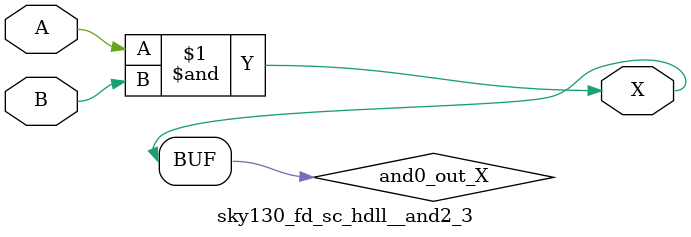
<source format=v>
module sky130_fd_sc_hdll__and2_3 (
    X,
    A,
    B
);
    output X;
    input  A;
    input  B;
    wire and0_out_X;
    and and0 (and0_out_X, A, B           );
    buf buf0 (X         , and0_out_X     );
endmodule
</source>
